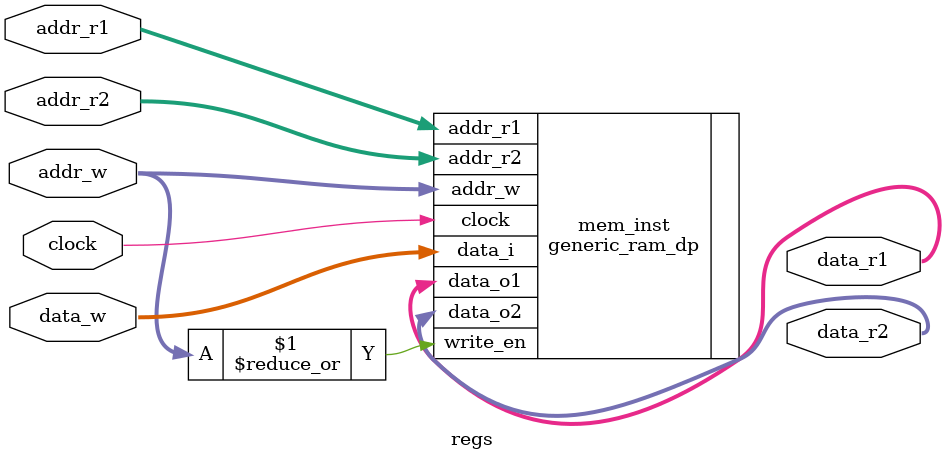
<source format=v>

module regs #(
	parameter WIDTH = 32,
	parameter NUM = 32
)(
	input clock,
	input [$clog2(NUM) - 1:0] addr_w,
	input [$clog2(NUM) - 1:0] addr_r1,
	input [$clog2(NUM) - 1:0] addr_r2,
	input [WIDTH - 1:0] data_w,
	output [WIDTH - 1:0] data_r1,
	output [WIDTH - 1:0] data_r2
);
    generic_ram_dp #(
        .WIDTH(WIDTH),
        .DEPTH(NUM),
        .READ_OLD(0)
    ) mem_inst (
        .clock(clock),
        .write_en(|addr_w),
        .addr_w(addr_w),
        .addr_r1(addr_r1),
        .addr_r2(addr_r2),
        .data_i(data_w),
        .data_o1(data_r1),
        .data_o2(data_r2)
    );
endmodule

</source>
